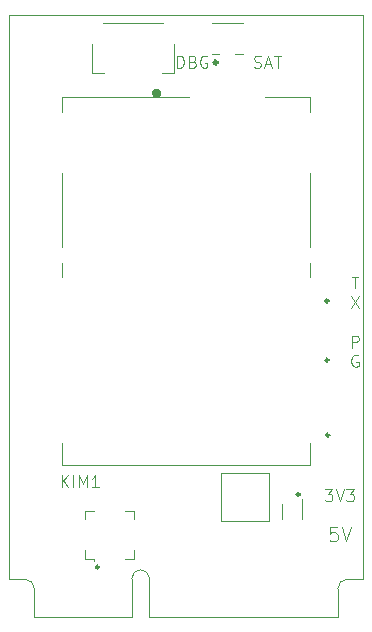
<source format=gbr>
G04 #@! TF.GenerationSoftware,KiCad,Pcbnew,(5.1.6)-1*
G04 #@! TF.CreationDate,2020-07-22T16:22:35+02:00*
G04 #@! TF.ProjectId,BRD-00008-X01,4252442d-3030-4303-9038-2d5830312e6b,X01*
G04 #@! TF.SameCoordinates,Original*
G04 #@! TF.FileFunction,Legend,Top*
G04 #@! TF.FilePolarity,Positive*
%FSLAX46Y46*%
G04 Gerber Fmt 4.6, Leading zero omitted, Abs format (unit mm)*
G04 Created by KiCad (PCBNEW (5.1.6)-1) date 2020-07-22 16:22:35*
%MOMM*%
%LPD*%
G01*
G04 APERTURE LIST*
%ADD10C,0.120000*%
G04 #@! TA.AperFunction,Profile*
%ADD11C,0.010000*%
G04 #@! TD*
%ADD12C,0.250000*%
%ADD13C,0.300000*%
%ADD14C,0.400000*%
G04 APERTURE END LIST*
D10*
X161271428Y-122842857D02*
X160700000Y-122842857D01*
X160642857Y-123414285D01*
X160700000Y-123357142D01*
X160814285Y-123300000D01*
X161100000Y-123300000D01*
X161214285Y-123357142D01*
X161271428Y-123414285D01*
X161328571Y-123528571D01*
X161328571Y-123814285D01*
X161271428Y-123928571D01*
X161214285Y-123985714D01*
X161100000Y-124042857D01*
X160814285Y-124042857D01*
X160700000Y-123985714D01*
X160642857Y-123928571D01*
X161671428Y-122842857D02*
X162071428Y-124042857D01*
X162471428Y-122842857D01*
X160261904Y-119652380D02*
X160880952Y-119652380D01*
X160547619Y-120033333D01*
X160690476Y-120033333D01*
X160785714Y-120080952D01*
X160833333Y-120128571D01*
X160880952Y-120223809D01*
X160880952Y-120461904D01*
X160833333Y-120557142D01*
X160785714Y-120604761D01*
X160690476Y-120652380D01*
X160404761Y-120652380D01*
X160309523Y-120604761D01*
X160261904Y-120557142D01*
X161166666Y-119652380D02*
X161500000Y-120652380D01*
X161833333Y-119652380D01*
X162071428Y-119652380D02*
X162690476Y-119652380D01*
X162357142Y-120033333D01*
X162500000Y-120033333D01*
X162595238Y-120080952D01*
X162642857Y-120128571D01*
X162690476Y-120223809D01*
X162690476Y-120461904D01*
X162642857Y-120557142D01*
X162595238Y-120604761D01*
X162500000Y-120652380D01*
X162214285Y-120652380D01*
X162119047Y-120604761D01*
X162071428Y-120557142D01*
X162538095Y-107642380D02*
X162538095Y-106642380D01*
X162919047Y-106642380D01*
X163014285Y-106690000D01*
X163061904Y-106737619D01*
X163109523Y-106832857D01*
X163109523Y-106975714D01*
X163061904Y-107070952D01*
X163014285Y-107118571D01*
X162919047Y-107166190D01*
X162538095Y-107166190D01*
X163061904Y-108310000D02*
X162966666Y-108262380D01*
X162823809Y-108262380D01*
X162680952Y-108310000D01*
X162585714Y-108405238D01*
X162538095Y-108500476D01*
X162490476Y-108690952D01*
X162490476Y-108833809D01*
X162538095Y-109024285D01*
X162585714Y-109119523D01*
X162680952Y-109214761D01*
X162823809Y-109262380D01*
X162919047Y-109262380D01*
X163061904Y-109214761D01*
X163109523Y-109167142D01*
X163109523Y-108833809D01*
X162919047Y-108833809D01*
X162514285Y-101642380D02*
X163085714Y-101642380D01*
X162800000Y-102642380D02*
X162800000Y-101642380D01*
X162466666Y-103262380D02*
X163133333Y-104262380D01*
X163133333Y-103262380D02*
X162466666Y-104262380D01*
X137952380Y-119452380D02*
X137952380Y-118452380D01*
X138523809Y-119452380D02*
X138095238Y-118880952D01*
X138523809Y-118452380D02*
X137952380Y-119023809D01*
X138952380Y-119452380D02*
X138952380Y-118452380D01*
X139428571Y-119452380D02*
X139428571Y-118452380D01*
X139761904Y-119166666D01*
X140095238Y-118452380D01*
X140095238Y-119452380D01*
X141095238Y-119452380D02*
X140523809Y-119452380D01*
X140809523Y-119452380D02*
X140809523Y-118452380D01*
X140714285Y-118595238D01*
X140619047Y-118690476D01*
X140523809Y-118738095D01*
X147738095Y-83952380D02*
X147738095Y-82952380D01*
X147976190Y-82952380D01*
X148119047Y-83000000D01*
X148214285Y-83095238D01*
X148261904Y-83190476D01*
X148309523Y-83380952D01*
X148309523Y-83523809D01*
X148261904Y-83714285D01*
X148214285Y-83809523D01*
X148119047Y-83904761D01*
X147976190Y-83952380D01*
X147738095Y-83952380D01*
X149071428Y-83428571D02*
X149214285Y-83476190D01*
X149261904Y-83523809D01*
X149309523Y-83619047D01*
X149309523Y-83761904D01*
X149261904Y-83857142D01*
X149214285Y-83904761D01*
X149119047Y-83952380D01*
X148738095Y-83952380D01*
X148738095Y-82952380D01*
X149071428Y-82952380D01*
X149166666Y-83000000D01*
X149214285Y-83047619D01*
X149261904Y-83142857D01*
X149261904Y-83238095D01*
X149214285Y-83333333D01*
X149166666Y-83380952D01*
X149071428Y-83428571D01*
X148738095Y-83428571D01*
X150261904Y-83000000D02*
X150166666Y-82952380D01*
X150023809Y-82952380D01*
X149880952Y-83000000D01*
X149785714Y-83095238D01*
X149738095Y-83190476D01*
X149690476Y-83380952D01*
X149690476Y-83523809D01*
X149738095Y-83714285D01*
X149785714Y-83809523D01*
X149880952Y-83904761D01*
X150023809Y-83952380D01*
X150119047Y-83952380D01*
X150261904Y-83904761D01*
X150309523Y-83857142D01*
X150309523Y-83523809D01*
X150119047Y-83523809D01*
X154268476Y-83904761D02*
X154411333Y-83952380D01*
X154649428Y-83952380D01*
X154744666Y-83904761D01*
X154792285Y-83857142D01*
X154839904Y-83761904D01*
X154839904Y-83666666D01*
X154792285Y-83571428D01*
X154744666Y-83523809D01*
X154649428Y-83476190D01*
X154458952Y-83428571D01*
X154363714Y-83380952D01*
X154316095Y-83333333D01*
X154268476Y-83238095D01*
X154268476Y-83142857D01*
X154316095Y-83047619D01*
X154363714Y-83000000D01*
X154458952Y-82952380D01*
X154697047Y-82952380D01*
X154839904Y-83000000D01*
X155220857Y-83666666D02*
X155697047Y-83666666D01*
X155125619Y-83952380D02*
X155458952Y-82952380D01*
X155792285Y-83952380D01*
X155982761Y-82952380D02*
X156554190Y-82952380D01*
X156268476Y-83952380D02*
X156268476Y-82952380D01*
D11*
X135650000Y-130450000D02*
X135650000Y-128050000D01*
X135650000Y-130450000D02*
X143900000Y-130450000D01*
X143900000Y-130450000D02*
X143900000Y-127200000D01*
X145400000Y-130450000D02*
X145400000Y-127200000D01*
X163500000Y-127250000D02*
X163500000Y-79500000D01*
X162150000Y-127250000D02*
X163500000Y-127250000D01*
X145400000Y-130450000D02*
X161350000Y-130450000D01*
X161350000Y-130450000D02*
X161350000Y-128050000D01*
X162150000Y-127250000D02*
G75*
G03*
X161350000Y-128050000I0J-800000D01*
G01*
X144650000Y-126450000D02*
G75*
G03*
X143900000Y-127200000I0J-750000D01*
G01*
X145400000Y-127200000D02*
G75*
G03*
X144650000Y-126450000I-750000J0D01*
G01*
X135650000Y-128050000D02*
G75*
G03*
X134850000Y-127250000I-800000J0D01*
G01*
X133500000Y-127250000D02*
X134850000Y-127250000D01*
X133500000Y-79500000D02*
X133500000Y-127250000D01*
X133500000Y-79500000D02*
X163500000Y-79500000D01*
D10*
X151450000Y-122350000D02*
X151450000Y-118250000D01*
X155550000Y-122350000D02*
X151450000Y-122350000D01*
X155550000Y-118250000D02*
X155550000Y-122350000D01*
X151450000Y-118250000D02*
X155550000Y-118250000D01*
D12*
X160555000Y-103700000D02*
G75*
G03*
X160555000Y-103700000I-125000J0D01*
G01*
D10*
X139950000Y-121450000D02*
X139950000Y-122180000D01*
X140680000Y-121450000D02*
X139950000Y-121450000D01*
X144050000Y-121450000D02*
X144050000Y-122180000D01*
X143320000Y-121450000D02*
X144050000Y-121450000D01*
X144050000Y-125550000D02*
X144050000Y-124820000D01*
X143320000Y-125550000D02*
X144050000Y-125550000D01*
X139950000Y-125550000D02*
X139950000Y-124820000D01*
X140680000Y-125550000D02*
X139950000Y-125550000D01*
D12*
X141125000Y-126235000D02*
G75*
G03*
X141125000Y-126235000I-125000J0D01*
G01*
D10*
X140680000Y-125550000D02*
X140680000Y-125745000D01*
D13*
X151150000Y-83500000D02*
G75*
G03*
X151150000Y-83500000I-150000J0D01*
G01*
D10*
X153330000Y-82830000D02*
X152680000Y-82830000D01*
X150670000Y-80170000D02*
X153330000Y-80170000D01*
X151320000Y-82830000D02*
X150670000Y-82830000D01*
X138000000Y-86400000D02*
X148742000Y-86400000D01*
X138000000Y-87702000D02*
X138000000Y-86400000D01*
X159000000Y-86400000D02*
X159000000Y-87702000D01*
X155198000Y-86400000D02*
X159000000Y-86400000D01*
X159000000Y-117600000D02*
X138000000Y-117600000D01*
X159000000Y-115748000D02*
X159000000Y-117600000D01*
D12*
X160625000Y-115060000D02*
G75*
G03*
X160625000Y-115060000I-125000J0D01*
G01*
D10*
X138000000Y-117600000D02*
X138000000Y-115748000D01*
X159000000Y-99132000D02*
X159000000Y-92888000D01*
X159000000Y-101672000D02*
X159000000Y-100508000D01*
X138000000Y-99132000D02*
X138000000Y-92888000D01*
X138000000Y-101672000D02*
X138000000Y-100508000D01*
X147500000Y-84430000D02*
X146480000Y-84430000D01*
X147500000Y-81950000D02*
X147500000Y-84430000D01*
X140500000Y-84430000D02*
X140500000Y-81950000D01*
X141520000Y-84430000D02*
X140500000Y-84430000D01*
D14*
X146200000Y-86125000D02*
G75*
G03*
X146200000Y-86125000I-200000J0D01*
G01*
D10*
X146520000Y-80170000D02*
X141480000Y-80170000D01*
D12*
X160555000Y-108700000D02*
G75*
G03*
X160555000Y-108700000I-125000J0D01*
G01*
X158125000Y-120065000D02*
G75*
G03*
X158125000Y-120065000I-125000J0D01*
G01*
D10*
X158350000Y-120850000D02*
X158350000Y-122150000D01*
X156650000Y-120850000D02*
X156650000Y-122150000D01*
X158335000Y-120850000D02*
X158335000Y-120495000D01*
M02*

</source>
